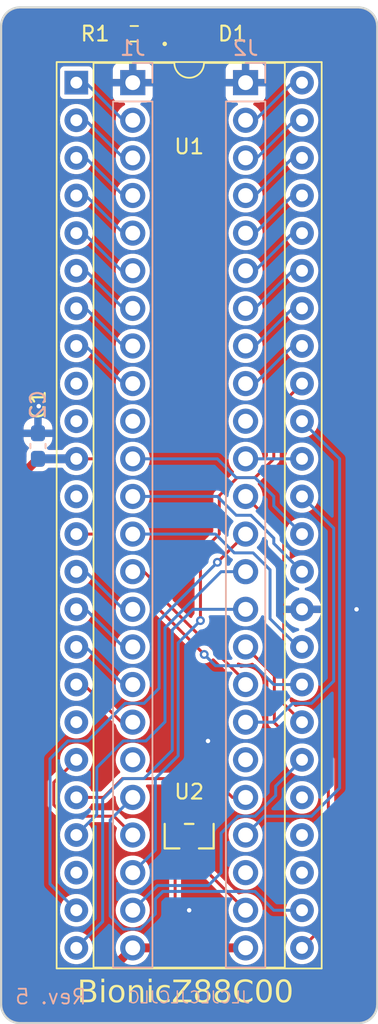
<source format=kicad_pcb>
(kicad_pcb (version 20240108) (generator "pcbnew") (generator_version "8.0")
  (title_block (title "BionicZ88C00") (date "2024-12-10") (rev "5") (company "Tadashi G. Takaoka"))
  (layers (0 "F.Cu" signal) (31 "B.Cu" signal) (34 "B.Paste" user) (35 "F.Paste" user) (36 "B.SilkS" user "B.Silkscreen") (37 "F.SilkS" user "F.Silkscreen") (38 "B.Mask" user) (39 "F.Mask" user) (44 "Edge.Cuts" user))
  (net 0 "")
  (net 1 "VCC")
  (net 2 "GND")
  (net 3 "Net-(D1-K)")
  (net 4 "/P10")
  (net 5 "/P11")
  (net 6 "/P12")
  (net 7 "/P13")
  (net 8 "/P14")
  (net 9 "/P15")
  (net 10 "/P16")
  (net 11 "/P17")
  (net 13 "/P30")
  (net 14 "/P31")
  (net 15 "/P32")
  (net 16 "/P33")
  (net 17 "/P34")
  (net 18 "/P35")
  (net 19 "/P36")
  (net 20 "/P37")
  (net 22 "/P50")
  (net 23 "/P51")
  (net 24 "/P52")
  (net 25 "/P53")
  (net 26 "Net-(J2-P57)")
  (net 28 "/P55")
  (net 29 "/P54")
  (net 31 "/P47")
  (net 32 "/P46")
  (net 33 "/P45")
  (net 34 "/P44")
  (net 35 "/P43")
  (net 36 "/P42")
  (net 37 "/P41")
  (net 38 "/P40")
  (net 40 "/P27")
  (net 41 "/P26")
  (net 42 "/P25")
  (net 43 "/P24")
  (net 44 "/P23")
  (net 45 "/P22")
  (net 46 "/P21")
  (net 47 "/P20")
  (footprint "Capacitor_SMD:C_0603_1608Metric_Pad1.08x0.95mm_HandSolder" (layer "F.Cu") (at 103.4892 99.6175 90)
    (property "Reference" "C1" (at 2.794 0 90) (layer "F.SilkS"))
    (property "Value" "0.1u")
    (fp_line (start -0.146267 -0.51) (end 0.146267 -0.51) (stroke (width 0.12)) (layer "F.SilkS"))
    (fp_line (start -0.146267 0.51) (end 0.146267 0.51) (stroke (width 0.12)) (layer "F.SilkS"))
    (pad "1" smd roundrect (at -0.8625 0 90) (size 1.075 0.95) (layers "F.Cu" "F.Paste" "F.Mask") (net 1 "VCC"))
    (pad "2" smd roundrect (at 0.8625 0 90) (size 1.075 0.95) (layers "F.Cu" "F.Paste" "F.Mask") (net 2 "GND"))
  )
  (footprint "rhom:LED_CSL1901UW1_ROM-M" (layer "F.Cu") (at 113.7 71.778)
    (property "Reference" "D1" (at 2.921 0 0) (layer "F.SilkS"))
    (property "Value" "CSL1901UW1")
    (fp_circle (center -1.651 0.6858) (end -1.5748 0.6858) (stroke (width 0.1524)) (fill none) (layer "F.SilkS"))
    (pad "1" smd rect (at -0.8763 0) (size 0.9652 0.762) (layers "F.Cu" "F.Paste" "F.Mask") (net 3 "Net-(D1-K)"))
    (pad "2" smd rect (at 0.8763 0) (size 0.9652 0.762) (layers "F.Cu" "F.Paste" "F.Mask") (net 1 "VCC"))
    (zone (net 0) (net_name "") (layer "F.Cu") (connect_pads (clearance 0)) (min_thickness 0.254)
      (keepout (tracks not_allowed) (vias not_allowed) (pads allowed) (copperpour not_allowed) (footprints allowed))
      (fill (thermal_gap 0.508) (thermal_bridge_width 0.508))
      (polygon (pts (xy 113.3571 71.4224) (xy 114.0429 71.4224) (xy 114.0429 72.1336) (xy 113.3571 72.1336)))
    )
  )
  (footprint "bionic:DIP-48_W15.24mm_Socket" (layer "F.Cu") (at 106.08 75.08)
    (property "Reference" "U1" (at 7.62 4.318 0) (layer "F.SilkS"))
    (property "Value" "Z88C00")
    (fp_line (start -1.33 -1.39) (end -1.33 59.81) (stroke (width 0.12)) (layer "F.SilkS"))
    (fp_line (start -1.33 59.81) (end 16.57 59.81) (stroke (width 0.12)) (layer "F.SilkS"))
    (fp_line (start 1.16 -1.33) (end 1.16 59.75) (stroke (width 0.12)) (layer "F.SilkS"))
    (fp_line (start 1.16 59.75) (end 14.08 59.75) (stroke (width 0.12)) (layer "F.SilkS"))
    (fp_line (start 6.62 -1.33) (end 1.16 -1.33) (stroke (width 0.12)) (layer "F.SilkS"))
    (fp_line (start 14.08 -1.33) (end 8.62 -1.33) (stroke (width 0.12)) (layer "F.SilkS"))
    (fp_line (start 14.08 59.75) (end 14.08 -1.33) (stroke (width 0.12)) (layer "F.SilkS"))
    (fp_line (start 16.57 -1.39) (end -1.33 -1.39) (stroke (width 0.12)) (layer "F.SilkS"))
    (fp_line (start 16.57 59.81) (end 16.57 -1.39) (stroke (width 0.12)) (layer "F.SilkS"))
    (fp_arc (start 8.62 -1.33) (mid 7.62 -0.33) (end 6.62 -1.33) (stroke (width 0.12)) (layer "F.SilkS"))
    (pad "1" thru_hole rect (at 0 0) (size 1.6 1.6) (drill 0.8) (layers "*.Cu" "*.Mask") (net 4 "/P10"))
    (pad "2" thru_hole oval (at 0 2.54) (size 1.6 1.6) (drill 0.8) (layers "*.Cu" "*.Mask") (net 5 "/P11"))
    (pad "3" thru_hole oval (at 0 5.08) (size 1.6 1.6) (drill 0.8) (layers "*.Cu" "*.Mask") (net 6 "/P12"))
    (pad "4" thru_hole oval (at 0 7.62) (size 1.6 1.6) (drill 0.8) (layers "*.Cu" "*.Mask") (net 7 "/P13"))
    (pad "5" thru_hole oval (at 0 10.16) (size 1.6 1.6) (drill 0.8) (layers "*.Cu" "*.Mask") (net 8 "/P14"))
    (pad "6" thru_hole oval (at 0 12.7) (size 1.6 1.6) (drill 0.8) (layers "*.Cu" "*.Mask") (net 9 "/P15"))
    (pad "7" thru_hole oval (at 0 15.24) (size 1.6 1.6) (drill 0.8) (layers "*.Cu" "*.Mask") (net 10 "/P16"))
    (pad "8" thru_hole oval (at 0 17.78) (size 1.6 1.6) (drill 0.8) (layers "*.Cu" "*.Mask") (net 11 "/P17"))
    (pad "9" thru_hole oval (at 0 20.32) (size 1.6 1.6) (drill 0.8) (layers "*.Cu" "*.Mask"))
    (pad "10" thru_hole oval (at 0 22.86) (size 1.6 1.6) (drill 0.8) (layers "*.Cu" "*.Mask"))
    (pad "11" thru_hole oval (at 0 25.4) (size 1.6 1.6) (drill 0.8) (layers "*.Cu" "*.Mask") (net 1 "VCC"))
    (pad "12" thru_hole oval (at 0 27.94) (size 1.6 1.6) (drill 0.8) (layers "*.Cu" "*.Mask"))
    (pad "13" thru_hole oval (at 0 30.48) (size 1.6 1.6) (drill 0.8) (layers "*.Cu" "*.Mask") (net 32 "/P46"))
    (pad "14" thru_hole oval (at 0 33.02) (size 1.6 1.6) (drill 0.8) (layers "*.Cu" "*.Mask") (net 17 "/P34"))
    (pad "15" thru_hole oval (at 0 35.56) (size 1.6 1.6) (drill 0.8) (layers "*.Cu" "*.Mask") (net 18 "/P35"))
    (pad "16" thru_hole oval (at 0 38.1) (size 1.6 1.6) (drill 0.8) (layers "*.Cu" "*.Mask") (net 19 "/P36"))
    (pad "17" thru_hole oval (at 0 40.64) (size 1.6 1.6) (drill 0.8) (layers "*.Cu" "*.Mask") (net 20 "/P37"))
    (pad "18" thru_hole oval (at 0 43.18) (size 1.6 1.6) (drill 0.8) (layers "*.Cu" "*.Mask"))
    (pad "19" thru_hole oval (at 0 45.72) (size 1.6 1.6) (drill 0.8) (layers "*.Cu" "*.Mask") (net 23 "/P51"))
    (pad "20" thru_hole oval (at 0 48.26) (size 1.6 1.6) (drill 0.8) (layers "*.Cu" "*.Mask") (net 29 "/P54"))
    (pad "21" thru_hole oval (at 0 50.8) (size 1.6 1.6) (drill 0.8) (layers "*.Cu" "*.Mask") (net 35 "/P43"))
    (pad "22" thru_hole oval (at 0 53.34) (size 1.6 1.6) (drill 0.8) (layers "*.Cu" "*.Mask"))
    (pad "23" thru_hole oval (at 0 55.88) (size 1.6 1.6) (drill 0.8) (layers "*.Cu" "*.Mask") (net 36 "/P42"))
    (pad "24" thru_hole oval (at 0 58.42) (size 1.6 1.6) (drill 0.8) (layers "*.Cu" "*.Mask") (net 34 "/P44"))
    (pad "25" thru_hole oval (at 15.24 58.42) (size 1.6 1.6) (drill 0.8) (layers "*.Cu" "*.Mask") (net 33 "/P45"))
    (pad "26" thru_hole oval (at 15.24 55.88) (size 1.6 1.6) (drill 0.8) (layers "*.Cu" "*.Mask") (net 22 "/P50"))
    (pad "27" thru_hole oval (at 15.24 53.34) (size 1.6 1.6) (drill 0.8) (layers "*.Cu" "*.Mask"))
    (pad "28" thru_hole oval (at 15.24 50.8) (size 1.6 1.6) (drill 0.8) (layers "*.Cu" "*.Mask"))
    (pad "29" thru_hole oval (at 15.24 48.26) (size 1.6 1.6) (drill 0.8) (layers "*.Cu" "*.Mask"))
    (pad "30" thru_hole oval (at 15.24 45.72) (size 1.6 1.6) (drill 0.8) (layers "*.Cu" "*.Mask") (net 25 "/P53"))
    (pad "31" thru_hole oval (at 15.24 43.18) (size 1.6 1.6) (drill 0.8) (layers "*.Cu" "*.Mask") (net 37 "/P41"))
    (pad "32" thru_hole oval (at 15.24 40.64) (size 1.6 1.6) (drill 0.8) (layers "*.Cu" "*.Mask") (net 16 "/P33"))
    (pad "33" thru_hole oval (at 15.24 38.1) (size 1.6 1.6) (drill 0.8) (layers "*.Cu" "*.Mask") (net 15 "/P32"))
    (pad "34" thru_hole oval (at 15.24 35.56) (size 1.6 1.6) (drill 0.8) (layers "*.Cu" "*.Mask") (net 2 "GND"))
    (pad "35" thru_hole oval (at 15.24 33.02) (size 1.6 1.6) (drill 0.8) (layers "*.Cu" "*.Mask") (net 14 "/P31"))
    (pad "36" thru_hole oval (at 15.24 30.48) (size 1.6 1.6) (drill 0.8) (layers "*.Cu" "*.Mask") (net 13 "/P30"))
    (pad "37" thru_hole oval (at 15.24 27.94) (size 1.6 1.6) (drill 0.8) (layers "*.Cu" "*.Mask") (net 31 "/P47"))
    (pad "38" thru_hole oval (at 15.24 25.4) (size 1.6 1.6) (drill 0.8) (layers "*.Cu" "*.Mask") (net 38 "/P40"))
    (pad "39" thru_hole oval (at 15.24 22.86) (size 1.6 1.6) (drill 0.8) (layers "*.Cu" "*.Mask") (net 28 "/P55"))
    (pad "40" thru_hole oval (at 15.24 20.32) (size 1.6 1.6) (drill 0.8) (layers "*.Cu" "*.Mask") (net 24 "/P52"))
    (pad "41" thru_hole oval (at 15.24 17.78) (size 1.6 1.6) (drill 0.8) (layers "*.Cu" "*.Mask") (net 40 "/P27"))
    (pad "42" thru_hole oval (at 15.24 15.24) (size 1.6 1.6) (drill 0.8) (layers "*.Cu" "*.Mask") (net 41 "/P26"))
    (pad "43" thru_hole oval (at 15.24 12.7) (size 1.6 1.6) (drill 0.8) (layers "*.Cu" "*.Mask") (net 42 "/P25"))
    (pad "44" thru_hole oval (at 15.24 10.16) (size 1.6 1.6) (drill 0.8) (layers "*.Cu" "*.Mask") (net 43 "/P24"))
    (pad "45" thru_hole oval (at 15.24 7.62) (size 1.6 1.6) (drill 0.8) (layers "*.Cu" "*.Mask") (net 44 "/P23"))
    (pad "46" thru_hole oval (at 15.24 5.08) (size 1.6 1.6) (drill 0.8) (layers "*.Cu" "*.Mask") (net 45 "/P22"))
    (pad "47" thru_hole oval (at 15.24 2.54) (size 1.6 1.6) (drill 0.8) (layers "*.Cu" "*.Mask") (net 46 "/P21"))
    (pad "48" thru_hole oval (at 15.24 0) (size 1.6 1.6) (drill 0.8) (layers "*.Cu" "*.Mask") (net 47 "/P20"))
  )
  (footprint "microchip:SOT-23_MC_MCH-M" (layer "F.Cu") (at 113.7 125.957 180)
    (property "Reference" "U2" (at 0 2.998 0) (layer "F.SilkS"))
    (property "Value" "11AA010-I/TT")
    (fp_line (start 1.652 0.827) (end 1.652 -0.827) (stroke (width 0.1524)) (layer "F.SilkS"))
    (fp_line (start 1.652 -0.827) (end 0.66294 -0.827) (stroke (width 0.1524)) (layer "F.SilkS"))
    (fp_line (start -0.287061 0.827) (end 0.287061 0.827) (stroke (width 0.1524)) (layer "F.SilkS"))
    (fp_line (start -0.66294 -0.827) (end -1.652 -0.827) (stroke (width 0.1524)) (layer "F.SilkS"))
    (fp_line (start -1.652 -0.827) (end -1.652 0.827) (stroke (width 0.1524)) (layer "F.SilkS"))
    (pad "1" smd rect (at -0.950001 1.066 180) (size 0.6604 1.6256) (layers "F.Cu" "F.Paste" "F.Mask") (net 26 "Net-(J2-P57)"))
    (pad "2" smd rect (at 0.950001 1.066 180) (size 0.6604 1.6256) (layers "F.Cu" "F.Paste" "F.Mask") (net 1 "VCC"))
    (pad "3" smd rect (at 0 -1.066 180) (size 0.6604 1.6256) (layers "F.Cu" "F.Paste" "F.Mask") (net 2 "GND"))
  )
  (footprint "Resistor_SMD:R_0603_1608Metric_Pad0.98x0.95mm_HandSolder" (layer "F.Cu") (at 109.9935 71.778 180)
    (property "Reference" "R1" (at 2.6435 0 0) (layer "F.SilkS"))
    (property "Value" "1.6k")
    (fp_line (start -0.254724 0.5225) (end 0.254724 0.5225) (stroke (width 0.12)) (layer "F.SilkS"))
    (fp_line (start -0.254724 -0.5225) (end 0.254724 -0.5225) (stroke (width 0.12)) (layer "F.SilkS"))
    (pad "1" smd roundrect (at -0.9125 0 180) (size 0.975 0.95) (layers "F.Cu" "F.Paste" "F.Mask") (net 3 "Net-(D1-K)"))
    (pad "2" smd roundrect (at 0.9125 0 180) (size 0.975 0.95) (layers "F.Cu" "F.Paste" "F.Mask") (net 2 "GND"))
  )
  (footprint "bionic:Bionic-P135_Vertical" (layer "B.Cu") (at 109.89 75.08 180)
    (property "Reference" "J1" (at 0 2.33 0) (layer "B.SilkS") (effects (justify mirror)))
    (property "Value" "Bionic-P135")
    (fp_line (start 1.33 -1.27) (end -1.33 -1.27) (stroke (width 0.12)) (layer "B.SilkS"))
    (fp_line (start 1.33 -59.75) (end 1.33 -1.27) (stroke (width 0.12)) (layer "B.SilkS"))
    (fp_line (start 1.33 -59.75) (end -1.33 -59.75) (stroke (width 0.12)) (layer "B.SilkS"))
    (fp_line (start 0 1.33) (end -1.33 1.33) (stroke (width 0.12)) (layer "B.SilkS"))
    (fp_line (start -1.33 1.33) (end -1.33 0) (stroke (width 0.12)) (layer "B.SilkS"))
    (fp_line (start -1.33 -59.75) (end -1.33 -1.27) (stroke (width 0.12)) (layer "B.SilkS"))
    (pad "1" thru_hole rect (at 0 0 180) (size 1.7 1.7) (drill 1) (layers "*.Cu" "*.Mask") (net 2 "GND"))
    (pad "2" thru_hole oval (at 0 -2.54 180) (size 1.7 1.7) (drill 1) (layers "*.Cu" "*.Mask") (net 4 "/P10"))
    (pad "3" thru_hole oval (at 0 -5.08 180) (size 1.7 1.7) (drill 1) (layers "*.Cu" "*.Mask") (net 5 "/P11"))
    (pad "4" thru_hole oval (at 0 -7.62 180) (size 1.7 1.7) (drill 1) (layers "*.Cu" "*.Mask") (net 6 "/P12"))
    (pad "5" thru_hole oval (at 0 -10.16 180) (size 1.7 1.7) (drill 1) (layers "*.Cu" "*.Mask") (net 7 "/P13"))
    (pad "6" thru_hole oval (at 0 -12.7 180) (size 1.7 1.7) (drill 1) (layers "*.Cu" "*.Mask") (net 8 "/P14"))
    (pad "7" thru_hole oval (at 0 -15.24 180) (size 1.7 1.7) (drill 1) (layers "*.Cu" "*.Mask") (net 9 "/P15"))
    (pad "8" thru_hole oval (at 0 -17.78 180) (size 1.7 1.7) (drill 1) (layers "*.Cu" "*.Mask") (net 10 "/P16"))
    (pad "9" thru_hole oval (at 0 -20.32 180) (size 1.7 1.7) (drill 1) (layers "*.Cu" "*.Mask") (net 11 "/P17"))
    (pad "10" thru_hole oval (at 0 -22.86 180) (size 1.7 1.7) (drill 1) (layers "*.Cu" "*.Mask"))
    (pad "11" thru_hole oval (at 0 -25.4 180) (size 1.7 1.7) (drill 1) (layers "*.Cu" "*.Mask") (net 13 "/P30"))
    (pad "12" thru_hole oval (at 0 -27.94 180) (size 1.7 1.7) (drill 1) (layers "*.Cu" "*.Mask") (net 14 "/P31"))
    (pad "13" thru_hole oval (at 0 -30.48 180) (size 1.7 1.7) (drill 1) (layers "*.Cu" "*.Mask") (net 15 "/P32"))
    (pad "14" thru_hole oval (at 0 -33.02 180) (size 1.7 1.7) (drill 1) (layers "*.Cu" "*.Mask") (net 16 "/P33"))
    (pad "15" thru_hole oval (at 0 -35.56 180) (size 1.7 1.7) (drill 1) (layers "*.Cu" "*.Mask") (net 17 "/P34"))
    (pad "16" thru_hole oval (at 0 -38.1 180) (size 1.7 1.7) (drill 1) (layers "*.Cu" "*.Mask") (net 18 "/P35"))
    (pad "17" thru_hole oval (at 0 -40.64 180) (size 1.7 1.7) (drill 1) (layers "*.Cu" "*.Mask") (net 19 "/P36"))
    (pad "18" thru_hole oval (at 0 -43.18 180) (size 1.7 1.7) (drill 1) (layers "*.Cu" "*.Mask") (net 20 "/P37"))
    (pad "19" thru_hole oval (at 0 -45.72 180) (size 1.7 1.7) (drill 1) (layers "*.Cu" "*.Mask"))
    (pad "20" thru_hole oval (at 0 -48.26 180) (size 1.7 1.7) (drill 1) (layers "*.Cu" "*.Mask") (net 22 "/P50"))
    (pad "21" thru_hole oval (at 0 -50.8 180) (size 1.7 1.7) (drill 1) (layers "*.Cu" "*.Mask") (net 23 "/P51"))
    (pad "22" thru_hole oval (at 0 -53.34 180) (size 1.7 1.7) (drill 1) (layers "*.Cu" "*.Mask") (net 24 "/P52"))
    (pad "23" thru_hole oval (at 0 -55.88 180) (size 1.7 1.7) (drill 1) (layers "*.Cu" "*.Mask") (net 25 "/P53"))
    (pad "24" thru_hole oval (at 0 -58.42 180) (size 1.7 1.7) (drill 1) (layers "*.Cu" "*.Mask") (net 1 "VCC"))
  )
  (footprint "Capacitor_SMD:C_0603_1608Metric_Pad1.08x0.95mm_HandSolder" (layer "B.Cu") (at 103.4892 99.6164 90)
    (property "Reference" "C2" (at 2.794 0 90) (layer "B.SilkS") (effects (justify mirror)))
    (property "Value" "22u")
    (fp_line (start 0.146267 -0.51) (end -0.146267 -0.51) (stroke (width 0.12)) (layer "B.SilkS"))
    (fp_line (start 0.146267 0.51) (end -0.146267 0.51) (stroke (width 0.12)) (layer "B.SilkS"))
    (pad "1" smd roundrect (at -0.8625 0 90) (size 1.075 0.95) (layers "B.Cu" "B.Paste" "B.Mask") (net 1 "VCC"))
    (pad "2" smd roundrect (at 0.8625 0 90) (size 1.075 0.95) (layers "B.Cu" "B.Paste" "B.Mask") (net 2 "GND"))
  )
  (footprint "bionic:Bionic-P245_Vertical" (layer "B.Cu") (at 117.51 75.08 180)
    (property "Reference" "J2" (at 0 2.33 0) (layer "B.SilkS") (effects (justify mirror)))
    (property "Value" "Bionic-P245")
    (fp_line (start 1.33 -1.27) (end -1.33 -1.27) (stroke (width 0.12)) (layer "B.SilkS"))
    (fp_line (start 1.33 -59.75) (end 1.33 -1.27) (stroke (width 0.12)) (layer "B.SilkS"))
    (fp_line (start 1.33 -59.75) (end -1.33 -59.75) (stroke (width 0.12)) (layer "B.SilkS"))
    (fp_line (start 0 1.33) (end -1.33 1.33) (stroke (width 0.12)) (layer "B.SilkS"))
    (fp_line (start -1.33 1.33) (end -1.33 0) (stroke (width 0.12)) (layer "B.SilkS"))
    (fp_line (start -1.33 -59.75) (end -1.33 -1.27) (stroke (width 0.12)) (layer "B.SilkS"))
    (pad "25" thru_hole oval (at 0 -58.42 180) (size 1.7 1.7) (drill 1) (layers "*.Cu" "*.Mask") (net 1 "VCC"))
    (pad "26" thru_hole oval (at 0 -55.88 180) (size 1.7 1.7) (drill 1) (layers "*.Cu" "*.Mask") (net 26 "Net-(J2-P57)"))
    (pad "27" thru_hole oval (at 0 -53.34 180) (size 1.7 1.7) (drill 1) (layers "*.Cu" "*.Mask"))
    (pad "28" thru_hole oval (at 0 -50.8 180) (size 1.7 1.7) (drill 1) (layers "*.Cu" "*.Mask") (net 28 "/P55"))
    (pad "29" thru_hole oval (at 0 -48.26 180) (size 1.7 1.7) (drill 1) (layers "*.Cu" "*.Mask") (net 29 "/P54"))
    (pad "30" thru_hole oval (at 0 -45.72 180) (size 1.7 1.7) (drill 1) (layers "*.Cu" "*.Mask"))
    (pad "31" thru_hole oval (at 0 -43.18 180) (size 1.7 1.7) (drill 1) (layers "*.Cu" "*.Mask") (net 31 "/P47"))
    (pad "32" thru_hole oval (at 0 -40.64 180) (size 1.7 1.7) (drill 1) (layers "*.Cu" "*.Mask") (net 32 "/P46"))
    (pad "33" thru_hole oval (at 0 -38.1 180) (size 1.7 1.7) (drill 1) (layers "*.Cu" "*.Mask") (net 33 "/P45"))
    (pad "34" thru_hole oval (at 0 -35.56 180) (size 1.7 1.7) (drill 1) (layers "*.Cu" "*.Mask") (net 34 "/P44"))
    (pad "35" thru_hole oval (at 0 -33.02 180) (size 1.7 1.7) (drill 1) (layers "*.Cu" "*.Mask") (net 35 "/P43"))
    (pad "36" thru_hole oval (at 0 -30.48 180) (size 1.7 1.7) (drill 1) (layers "*.Cu" "*.Mask") (net 36 "/P42"))
    (pad "37" thru_hole oval (at 0 -27.94 180) (size 1.7 1.7) (drill 1) (layers "*.Cu" "*.Mask") (net 37 "/P41"))
    (pad "38" thru_hole oval (at 0 -25.4 180) (size 1.7 1.7) (drill 1) (layers "*.Cu" "*.Mask") (net 38 "/P40"))
    (pad "39" thru_hole oval (at 0 -22.86 180) (size 1.7 1.7) (drill 1) (layers "*.Cu" "*.Mask"))
    (pad "40" thru_hole oval (at 0 -20.32 180) (size 1.7 1.7) (drill 1) (layers "*.Cu" "*.Mask") (net 40 "/P27"))
    (pad "41" thru_hole oval (at 0 -17.78 180) (size 1.7 1.7) (drill 1) (layers "*.Cu" "*.Mask") (net 41 "/P26"))
    (pad "42" thru_hole oval (at 0 -15.24 180) (size 1.7 1.7) (drill 1) (layers "*.Cu" "*.Mask") (net 42 "/P25"))
    (pad "43" thru_hole oval (at 0 -12.7 180) (size 1.7 1.7) (drill 1) (layers "*.Cu" "*.Mask") (net 43 "/P24"))
    (pad "44" thru_hole oval (at 0 -10.16 180) (size 1.7 1.7) (drill 1) (layers "*.Cu" "*.Mask") (net 44 "/P23"))
    (pad "45" thru_hole oval (at 0 -7.62 180) (size 1.7 1.7) (drill 1) (layers "*.Cu" "*.Mask") (net 45 "/P22"))
    (pad "46" thru_hole oval (at 0 -5.08 180) (size 1.7 1.7) (drill 1) (layers "*.Cu" "*.Mask") (net 46 "/P21"))
    (pad "47" thru_hole oval (at 0 -2.54 180) (size 1.7 1.7) (drill 1) (layers "*.Cu" "*.Mask") (net 47 "/P20"))
    (pad "48" thru_hole rect (at 0 0 180) (size 1.7 1.7) (drill 1) (layers "*.Cu" "*.Mask") (net 2 "GND"))
  )
  (gr_line (start 102.27 138.58) (end 125.13 138.58) (stroke (width 0.15)) (layer "Edge.Cuts"))
  (gr_arc (start 101 71.27) (mid 101.371974 70.371974) (end 102.27 70) (stroke (width 0.15)) (layer "Edge.Cuts"))
  (gr_line (start 101 71.27) (end 101 137.31) (stroke (width 0.15)) (layer "Edge.Cuts"))
  (gr_arc (start 126.4 137.31) (mid 126.028026 138.208026) (end 125.13 138.58) (stroke (width 0.15)) (layer "Edge.Cuts"))
  (gr_line (start 126.4 137.31) (end 126.4 71.27) (stroke (width 0.15)) (layer "Edge.Cuts"))
  (gr_arc (start 125.13 70) (mid 126.028026 70.371974) (end 126.4 71.27) (stroke (width 0.15)) (layer "Edge.Cuts"))
  (gr_arc (start 102.27 138.58) (mid 101.371974 138.208026) (end 101 137.31) (stroke (width 0.15)) (layer "Edge.Cuts"))
  (gr_line (start 125.13 70) (end 102.27 70) (stroke (width 0.15)) (layer "Edge.Cuts"))
  (gr_text "JLCJLCJLCJLC" (at 113.7 137.31 0) (layer "B.SilkS") (effects (font (size 0.8 0.8)) (justify bottom mirror)))
  (gr_text "Rev. 5" (at 106.842 136.802 0) (layer "B.SilkS") (effects (font (size 1 1)) (justify left mirror)))
  (gr_text "BionicZ88C00" (at 113.446 136.548 0) (layer "F.SilkS") (effects (font (size 1.5 1.5))))
  (segment (start 112.749999 124.891) (end 112.749999 133.434001) (width 0.2) (layer "F.Cu") (net 1))
  (segment (start 109.89 133.5) (end 107.604 135.786) (width 0.6) (layer "F.Cu") (net 1))
  (segment (start 109.255 99.21) (end 107.985 100.48) (width 0.2) (layer "F.Cu") (net 1))
  (segment (start 111.668 99.21) (end 109.255 99.21) (width 0.2) (layer "F.Cu") (net 1))
  (segment (start 109.89 133.5) (end 112.684 133.5) (width 0.6) (layer "F.Cu") (net 1))
  (segment (start 103.6935 100.48) (end 103.54 100.3265) (width 0.2) (layer "F.Cu") (net 1))
  (segment (start 104.556 135.786) (end 102.524 133.754) (width 0.6) (layer "F.Cu") (net 1))
  (segment (start 114.5763 73.9497) (end 113.7 74.826) (width 0.2) (layer "F.Cu") (net 1))
  (segment (start 112.749999 133.434001) (end 112.684 133.5) (width 0.2) (layer "F.Cu") (net 1))
  (segment (start 102.524 101.4452) (end 103.4892 100.48) (width 0.6) (layer "F.Cu") (net 1))
  (segment (start 114.5763 71.778) (end 114.5763 73.9497) (width 0.2) (layer "F.Cu") (net 1))
  (segment (start 103.4892 100.48) (end 106.08 100.48) (width 0.6) (layer "F.Cu") (net 1))
  (segment (start 113.7 133.5) (end 117.51 133.5) (width 0.6) (layer "F.Cu") (net 1))
  (segment (start 107.985 100.48) (end 106.08 100.48) (width 0.2) (layer "F.Cu") (net 1))
  (segment (start 113.7 97.178) (end 111.668 99.21) (width 0.2) (layer "F.Cu") (net 1))
  (segment (start 107.604 135.786) (end 104.556 135.786) (width 0.6) (layer "F.Cu") (net 1))
  (segment (start 112.684 133.5) (end 113.7 133.5) (width 0.6) (layer "F.Cu") (net 1))
  (segment (start 113.7 74.826) (end 113.7 97.178) (width 0.2) (layer "F.Cu") (net 1))
  (segment (start 102.524 133.754) (end 102.524 101.4452) (width 0.6) (layer "F.Cu") (net 1))
  (segment (start 103.4892 100.4789) (end 106.0789 100.4789) (width 0.6) (layer "B.Cu") (net 1))
  (segment (start 106.0789 100.4789) (end 106.08 100.48) (width 0.8) (layer "B.Cu") (net 1))
  (segment (start 121.32 110.64) (end 123.606 110.64) (width 0.4) (layer "F.Cu") (net 2))
  (via (at 103.54 96.924) (size 0.6) (drill 0.3) (layers "F.Cu" "B.Cu") (net 2))
  (via (at 114.97 119.53) (size 0.6) (drill 0.3) (layers "F.Cu" "B.Cu") (net 2))
  (via (at 113.7 130.96) (size 0.6) (drill 0.3) (layers "F.Cu" "B.Cu") (net 2))
  (via (at 125.003 110.64) (size 0.6) (drill 0.3) (layers "F.Cu" "B.Cu") (net 2))
  (segment (start 121.32 110.64) (end 122.86 110.64) (width 0.4) (layer "B.Cu") (net 2))
  (segment (start 110.906 71.778) (end 112.8237 71.778) (width 0.2) (layer "F.Cu") (net 3))
  (segment (start 109.255 77.62) (end 106.715 75.08) (width 0.2) (layer "B.Cu") (net 4))
  (segment (start 106.715 75.08) (end 106.08 75.08) (width 0.2) (layer "B.Cu") (net 4))
  (segment (start 109.89 77.62) (end 109.255 77.62) (width 0.2) (layer "B.Cu") (net 4))
  (segment (start 106.715 77.62) (end 106.08 77.62) (width 0.2) (layer "B.Cu") (net 5))
  (segment (start 109.255 80.16) (end 106.715 77.62) (width 0.2) (layer "B.Cu") (net 5))
  (segment (start 109.89 80.16) (end 109.255 80.16) (width 0.2) (layer "B.Cu") (net 5))
  (segment (start 109.255 82.7) (end 106.715 80.16) (width 0.2) (layer "B.Cu") (net 6))
  (segment (start 106.715 80.16) (end 106.08 80.16) (width 0.2) (layer "B.Cu") (net 6))
  (segment (start 109.89 82.7) (end 109.255 82.7) (width 0.2) (layer "B.Cu") (net 6))
  (segment (start 106.715 82.7) (end 106.08 82.7) (width 0.2) (layer "B.Cu") (net 7))
  (segment (start 109.89 85.24) (end 109.255 85.24) (width 0.2) (layer "B.Cu") (net 7))
  (segment (start 109.255 85.24) (end 106.715 82.7) (width 0.2) (layer "B.Cu") (net 7))
  (segment (start 109.89 87.78) (end 109.128 87.78) (width 0.2) (layer "B.Cu") (net 8))
  (segment (start 109.128 87.78) (end 106.588 85.24) (width 0.2) (layer "B.Cu") (net 8))
  (segment (start 106.588 85.24) (end 106.08 85.24) (width 0.2) (layer "B.Cu") (net 8))
  (segment (start 106.715 87.78) (end 106.08 87.78) (width 0.2) (layer "B.Cu") (net 9))
  (segment (start 109.89 90.32) (end 109.255 90.32) (width 0.2) (layer "B.Cu") (net 9))
  (segment (start 109.255 90.32) (end 106.715 87.78) (width 0.2) (layer "B.Cu") (net 9))
  (segment (start 106.715 90.32) (end 106.08 90.32) (width 0.2) (layer "B.Cu") (net 10))
  (segment (start 109.89 92.86) (end 109.255 92.86) (width 0.2) (layer "B.Cu") (net 10))
  (segment (start 109.255 92.86) (end 106.715 90.32) (width 0.2) (layer "B.Cu") (net 10))
  (segment (start 106.715 92.86) (end 106.08 92.86) (width 0.2) (layer "B.Cu") (net 11))
  (segment (start 109.255 95.4) (end 106.715 92.86) (width 0.2) (layer "B.Cu") (net 11))
  (segment (start 109.89 95.4) (end 109.255 95.4) (width 0.2) (layer "B.Cu") (net 11))
  (segment (start 115.605 100.48) (end 116.875 101.75) (width 0.2) (layer "B.Cu") (net 13))
  (segment (start 119.415 103.02) (end 119.415 103.655) (width 0.2) (layer "B.Cu") (net 13))
  (segment (start 116.875 101.75) (end 118.145 101.75) (width 0.2) (layer "B.Cu") (net 13))
  (segment (start 119.415 103.655) (end 121.32 105.56) (width 0.2) (layer "B.Cu") (net 13))
  (segment (start 118.145 101.75) (end 119.415 103.02) (width 0.2) (layer "B.Cu") (net 13))
  (segment (start 109.89 100.48) (end 115.605 100.48) (width 0.2) (layer "B.Cu") (net 13))
  (segment (start 119.415 106.195) (end 121.32 108.1) (width 0.2) (layer "B.Cu") (net 14))
  (segment (start 115.605 103.02) (end 116.875 104.29) (width 0.2) (layer "B.Cu") (net 14))
  (segment (start 117.866346 104.29) (end 119.415 105.838654) (width 0.2) (layer "B.Cu") (net 14))
  (segment (start 109.89 103.02) (end 115.605 103.02) (width 0.2) (layer "B.Cu") (net 14))
  (segment (start 116.875 104.29) (end 117.866346 104.29) (width 0.2) (layer "B.Cu") (net 14))
  (segment (start 119.415 105.838654) (end 119.415 106.195) (width 0.2) (layer "B.Cu") (net 14))
  (segment (start 116.748 106.83) (end 118.018 106.83) (width 0.2) (layer "B.Cu") (net 15))
  (segment (start 119.161 107.973) (end 119.161 111.275) (width 0.2) (layer "B.Cu") (net 15))
  (segment (start 119.161 111.275) (end 121.066 113.18) (width 0.2) (layer "B.Cu") (net 15))
  (segment (start 109.89 105.56) (end 115.478 105.56) (width 0.2) (layer "B.Cu") (net 15))
  (segment (start 115.478 105.56) (end 116.748 106.83) (width 0.2) (layer "B.Cu") (net 15))
  (segment (start 121.066 113.18) (end 121.32 113.18) (width 0.2) (layer "B.Cu") (net 15))
  (segment (start 118.018 106.83) (end 119.161 107.973) (width 0.2) (layer "B.Cu") (net 15))
  (segment (start 111.668 110.64) (end 111.668 109.116) (width 0.2) (layer "F.Cu") (net 16))
  (segment (start 114.716 113.688) (end 111.668 110.64) (width 0.2) (layer "F.Cu") (net 16))
  (segment (start 110.652 108.1) (end 109.89 108.1) (width 0.2) (layer "F.Cu") (net 16))
  (segment (start 111.668 109.116) (end 110.652 108.1) (width 0.2) (layer "F.Cu") (net 16))
  (via (at 114.716 113.688) (size 0.6) (drill 0.3) (layers "F.Cu" "B.Cu") (net 16))
  (segment (start 114.716 113.688) (end 115.478 114.45) (width 0.2) (layer "B.Cu") (net 16))
  (segment (start 115.478 114.45) (end 118.145 114.45) (width 0.2) (layer "B.Cu") (net 16))
  (segment (start 118.145 114.45) (end 119.415 115.72) (width 0.2) (layer "B.Cu") (net 16))
  (segment (start 119.415 115.72) (end 121.32 115.72) (width 0.2) (layer "B.Cu") (net 16))
  (segment (start 106.715 108.1) (end 106.08 108.1) (width 0.2) (layer "B.Cu") (net 17))
  (segment (start 109.255 110.64) (end 106.715 108.1) (width 0.2) (layer "B.Cu") (net 17))
  (segment (start 109.89 110.64) (end 109.255 110.64) (width 0.2) (layer "B.Cu") (net 17))
  (segment (start 106.715 110.64) (end 106.08 110.64) (width 0.2) (layer "B.Cu") (net 18))
  (segment (start 109.255 113.18) (end 106.715 110.64) (width 0.2) (layer "B.Cu") (net 18))
  (segment (start 109.89 113.18) (end 109.255 113.18) (width 0.2) (layer "B.Cu") (net 18))
  (segment (start 106.715 113.18) (end 106.08 113.18) (width 0.2) (layer "B.Cu") (net 19))
  (segment (start 109.89 115.72) (end 109.255 115.72) (width 0.2) (layer "B.Cu") (net 19))
  (segment (start 109.255 115.72) (end 106.715 113.18) (width 0.2) (layer "B.Cu") (net 19))
  (segment (start 109.89 118.26) (end 109.128 118.26) (width 0.2) (layer "F.Cu") (net 20))
  (segment (start 106.588 115.72) (end 106.08 115.72) (width 0.2) (layer "F.Cu") (net 20))
  (segment (start 109.128 118.26) (end 106.588 115.72) (width 0.2) (layer "F.Cu") (net 20))
  (segment (start 109.255 132.23) (end 108.366 131.341) (width 0.2) (layer "B.Cu") (net 22))
  (segment (start 118.145 129.69) (end 111.922 129.69) (width 0.2) (layer "B.Cu") (net 22))
  (segment (start 110.398 132.23) (end 109.255 132.23) (width 0.2) (layer "B.Cu") (net 22))
  (segment (start 108.366 124.864) (end 109.89 123.34) (width 0.2) (layer "B.Cu") (net 22))
  (segment (start 108.366 131.341) (end 108.366 124.864) (width 0.2) (layer "B.Cu") (net 22))
  (segment (start 119.415 130.96) (end 118.145 129.69) (width 0.2) (layer "B.Cu") (net 22))
  (segment (start 111.414 130.198) (end 111.414 131.214) (width 0.2) (layer "B.Cu") (net 22))
  (segment (start 111.922 129.69) (end 111.414 130.198) (width 0.2) (layer "B.Cu") (net 22))
  (segment (start 121.32 130.96) (end 119.415 130.96) (width 0.2) (layer "B.Cu") (net 22))
  (segment (start 111.414 131.214) (end 110.398 132.23) (width 0.2) (layer "B.Cu") (net 22))
  (segment (start 104.556 123.848) (end 105.318 124.61) (width 0.2) (layer "F.Cu") (net 23))
  (segment (start 105.318 124.61) (end 108.62 124.61) (width 0.2) (layer "F.Cu") (net 23))
  (segment (start 108.62 124.61) (end 109.89 125.88) (width 0.2) (layer "F.Cu") (net 23))
  (segment (start 106.08 120.8) (end 104.556 122.324) (width 0.2) (layer "F.Cu") (net 23))
  (segment (start 104.556 122.324) (end 104.556 123.848) (width 0.2) (layer "F.Cu") (net 23))
  (segment (start 115.732 105.56) (end 115.732 102.9669) (width 0.2) (layer "F.Cu") (net 24))
  (segment (start 118.145 101.75) (end 119.415 100.48) (width 0.2) (layer "F.Cu") (net 24))
  (segment (start 114.462 106.83) (end 115.732 105.56) (width 0.2) (layer "F.Cu") (net 24))
  (segment (start 114.462 111.402) (end 114.462 106.83) (width 0.2) (layer "F.Cu") (net 24))
  (segment (start 119.415 97.305) (end 121.32 95.4) (width 0.2) (layer "F.Cu") (net 24))
  (segment (start 115.732 102.9669) (end 116.9489 101.75) (width 0.2) (layer "F.Cu") (net 24))
  (segment (start 116.9489 101.75) (end 118.145 101.75) (width 0.2) (layer "F.Cu") (net 24))
  (segment (start 119.415 100.48) (end 119.415 97.305) (width 0.2) (layer "F.Cu") (net 24))
  (via (at 114.462 111.402) (size 0.6) (drill 0.3) (layers "F.Cu" "B.Cu") (net 24))
  (segment (start 109.89 128.42) (end 111.414 126.896) (width 0.2) (layer "B.Cu") (net 24))
  (segment (start 111.414 122.07) (end 112.957 120.527) (width 0.2) (layer "B.Cu") (net 24))
  (segment (start 112.957 112.907) (end 114.462 111.402) (width 0.2) (layer "B.Cu") (net 24))
  (segment (start 111.414 126.896) (end 111.414 122.07) (width 0.2) (layer "B.Cu") (net 24))
  (segment (start 112.957 120.527) (end 112.957 112.907) (width 0.2) (layer "B.Cu") (net 24))
  (segment (start 119.542 123.213) (end 118.145 124.61) (width 0.2) (layer "B.Cu") (net 25))
  (segment (start 111.56 129.29) (end 109.89 130.96) (width 0.2) (layer "B.Cu") (net 25))
  (segment (start 115.859 125.753) (end 115.859 128.42) (width 0.2) (layer "B.Cu") (net 25))
  (segment (start 117.002 124.61) (end 115.859 125.753) (width 0.2) (layer "B.Cu") (net 25))
  (segment (start 114.989 129.29) (end 111.56 129.29) (width 0.2) (layer "B.Cu") (net 25))
  (segment (start 119.542 122.578) (end 119.542 123.213) (width 0.2) (layer "B.Cu") (net 25))
  (segment (start 121.32 120.8) (end 119.542 122.578) (width 0.2) (layer "B.Cu") (net 25))
  (segment (start 115.859 128.42) (end 114.989 129.29) (width 0.2) (layer "B.Cu") (net 25))
  (segment (start 118.145 124.61) (end 117.002 124.61) (width 0.2) (layer "B.Cu") (net 25))
  (segment (start 114.650001 124.891) (end 114.650001 128.100001) (width 0.2) (layer "F.Cu") (net 26))
  (segment (start 114.650001 128.100001) (end 117.51 130.96) (width 0.2) (layer "F.Cu") (net 26))
  (segment (start 123.86 100.48) (end 121.32 97.94) (width 0.2) (layer "B.Cu") (net 28))
  (segment (start 121.955 124.61) (end 123.86 122.705) (width 0.2) (layer "B.Cu") (net 28))
  (segment (start 118.78 124.61) (end 121.955 124.61) (width 0.2) (layer "B.Cu") (net 28))
  (segment (start 117.51 125.88) (end 118.78 124.61) (width 0.2) (layer "B.Cu") (net 28))
  (segment (start 123.86 122.705) (end 123.86 100.48) (width 0.2) (layer "B.Cu") (net 28))
  (segment (start 106.08 123.34) (end 107.9215 123.34) (width 0.2) (layer "F.Cu") (net 29))
  (segment (start 115.351 122.07) (end 116.621 123.34) (width 0.2) (layer "F.Cu") (net 29))
  (segment (start 107.9215 123.34) (end 109.1915 122.07) (width 0.2) (layer "F.Cu") (net 29))
  (segment (start 109.1915 122.07) (end 115.351 122.07) (width 0.2) (layer "F.Cu") (net 29))
  (segment (start 116.621 123.34) (end 117.51 123.34) (width 0.2) (layer "F.Cu") (net 29))
  (segment (start 123.46 115.485) (end 121.955 116.99) (width 0.2) (layer "B.Cu") (net 31))
  (segment (start 119.415 118.26) (end 117.51 118.26) (width 0.2) (layer "B.Cu") (net 31))
  (segment (start 121.32 103.02) (end 123.46 105.16) (width 0.2) (layer "B.Cu") (net 31))
  (segment (start 121.955 116.99) (end 120.685 116.99) (width 0.2) (layer "B.Cu") (net 31))
  (segment (start 123.46 105.16) (end 123.46 115.485) (width 0.2) (layer "B.Cu") (net 31))
  (segment (start 120.685 116.99) (end 119.415 118.26) (width 0.2) (layer "B.Cu") (net 31))
  (segment (start 112.176 108.354) (end 110.652 106.83) (width 0.2) (layer "F.Cu") (net 32))
  (segment (start 109.255 106.83) (end 107.985 105.56) (width 0.2) (layer "F.Cu") (net 32))
  (segment (start 112.176 110.19575) (end 112.176 108.354) (width 0.2) (layer "F.Cu") (net 32))
  (segment (start 110.652 106.83) (end 109.255 106.83) (width 0.2) (layer "F.Cu") (net 32))
  (segment (start 107.985 105.56) (end 106.08 105.56) (width 0.2) (layer "F.Cu") (net 32))
  (segment (start 117.51 115.52975) (end 112.176 110.19575) (width 0.2) (layer "F.Cu") (net 32))
  (segment (start 117.51 115.72) (end 117.51 115.52975) (width 0.2) (layer "F.Cu") (net 32))
  (segment (start 119.4503 115.1203) (end 119.4503 118.2953) (width 0.2) (layer "F.Cu") (net 33))
  (segment (start 119.4503 118.2953) (end 120.685 119.53) (width 0.2) (layer "F.Cu") (net 33))
  (segment (start 123.098 120.8) (end 123.098 131.722) (width 0.2) (layer "F.Cu") (net 33))
  (segment (start 121.828 119.53) (end 123.098 120.8) (width 0.2) (layer "F.Cu") (net 33))
  (segment (start 123.098 131.722) (end 121.32 133.5) (width 0.2) (layer "F.Cu") (net 33))
  (segment (start 117.51 113.18) (end 119.4503 115.1203) (width 0.2) (layer "F.Cu") (net 33))
  (segment (start 120.685 119.53) (end 121.828 119.53) (width 0.2) (layer "F.Cu") (net 33))
  (segment (start 112.557 120.165) (end 110.652 122.07) (width 0.2) (layer "B.Cu") (net 34))
  (segment (start 112.557 112.037) (end 112.557 120.165) (width 0.2) (layer "B.Cu") (net 34))
  (segment (start 110.652 122.07) (end 109.255 122.07) (width 0.2) (layer "B.Cu") (net 34))
  (segment (start 113.954 110.64) (end 112.557 112.037) (width 0.2) (layer "B.Cu") (net 34))
  (segment (start 109.255 122.07) (end 107.858 123.467) (width 0.2) (layer "B.Cu") (net 34))
  (segment (start 117.51 110.64) (end 113.954 110.64) (width 0.2) (layer "B.Cu") (net 34))
  (segment (start 107.858 123.467) (end 107.858 131.722) (width 0.2) (layer "B.Cu") (net 34))
  (segment (start 107.858 131.722) (end 106.08 133.5) (width 0.2) (layer "B.Cu") (net 34))
  (segment (start 109.255 119.53) (end 107.458 121.327) (width 0.2) (layer "B.Cu") (net 35))
  (segment (start 107.458 124.502) (end 106.08 125.88) (width 0.2) (layer "B.Cu") (net 35))
  (segment (start 115.859 108.1) (end 112.068 111.891) (width 0.2) (layer "B.Cu") (net 35))
  (segment (start 112.068 111.891) (end 112.068 118.241) (width 0.2) (layer "B.Cu") (net 35))
  (segment (start 117.51 108.1) (end 115.859 108.1) (width 0.2) (layer "B.Cu") (net 35))
  (segment (start 112.068 118.241) (end 110.779 119.53) (width 0.2) (layer "B.Cu") (net 35))
  (segment (start 110.779 119.53) (end 109.255 119.53) (width 0.2) (layer "B.Cu") (net 35))
  (segment (start 107.458 121.327) (end 107.458 124.502) (width 0.2) (layer "B.Cu") (net 35))
  (segment (start 115.605 107.465) (end 117.51 105.56) (width 0.2) (layer "F.Cu") (net 36))
  (via (at 115.605 107.465) (size 0.6) (drill 0.3) (layers "F.Cu" "B.Cu") (net 36))
  (segment (start 111.668 115.974) (end 110.652 116.99) (width 0.2) (layer "B.Cu") (net 36))
  (segment (start 110.652 116.99) (end 109.382 116.99) (width 0.2) (layer "B.Cu") (net 36))
  (segment (start 115.605 107.465) (end 111.668 111.402) (width 0.2) (layer "B.Cu") (net 36))
  (segment (start 104.302 120.7365) (end 104.302 129.182) (width 0.2) (layer "B.Cu") (net 36))
  (segment (start 109.382 116.99) (end 106.842 119.53) (width 0.2) (layer "B.Cu") (net 36))
  (segment (start 106.842 119.53) (end 105.5085 119.53) (width 0.2) (layer "B.Cu") (net 36))
  (segment (start 105.5085 119.53) (end 104.302 120.7365) (width 0.2) (layer "B.Cu") (net 36))
  (segment (start 104.302 129.182) (end 106.08 130.96) (width 0.2) (layer "B.Cu") (net 36))
  (segment (start 111.668 111.402) (end 111.668 115.974) (width 0.2) (layer "B.Cu") (net 36))
  (segment (start 120.0895 105.5995) (end 117.51 103.02) (width 0.2) (layer "F.Cu") (net 37))
  (segment (start 121.32 118.26) (end 120.0895 117.0295) (width 0.2) (layer "F.Cu") (net 37))
  (segment (start 120.0895 117.0295) (end 120.0895 105.5995) (width 0.2) (layer "F.Cu") (net 37))
  (segment (start 117.51 100.48) (end 121.32 100.48) (width 0.2) (layer "B.Cu") (net 38))
  (segment (start 118.145 95.4) (end 120.685 92.86) (width 0.2) (layer "B.Cu") (net 40))
  (segment (start 120.685 92.86) (end 121.32 92.86) (width 0.2) (layer "B.Cu") (net 40))
  (segment (start 117.51 95.4) (end 118.145 95.4) (width 0.2) (layer "B.Cu") (net 40))
  (segment (start 120.685 90.32) (end 121.32 90.32) (width 0.2) (layer "B.Cu") (net 41))
  (segment (start 117.51 92.86) (end 118.145 92.86) (width 0.2) (layer "B.Cu") (net 41))
  (segment (start 118.145 92.86) (end 120.685 90.32) (width 0.2) (layer "B.Cu") (net 41))
  (segment (start 117.51 90.32) (end 118.145 90.32) (width 0.2) (layer "B.Cu") (net 42))
  (segment (start 118.145 90.32) (end 120.685 87.78) (width 0.2) (layer "B.Cu") (net 42))
  (segment (start 120.685 87.78) (end 121.32 87.78) (width 0.2) (layer "B.Cu") (net 42))
  (segment (start 117.51 87.78) (end 118.145 87.78) (width 0.2) (layer "B.Cu") (net 43))
  (segment (start 120.685 85.24) (end 121.32 85.24) (width 0.2) (layer "B.Cu") (net 43))
  (segment (start 118.145 87.78) (end 120.685 85.24) (width 0.2) (layer "B.Cu") (net 43))
  (segment (start 120.685 82.7) (end 121.32 82.7) (width 0.2) (layer "B.Cu") (net 44))
  (segment (start 118.145 85.24) (end 120.685 82.7) (width 0.2) (layer "B.Cu") (net 44))
  (segment (start 117.51 85.24) (end 118.145 85.24) (width 0.2) (layer "B.Cu") (net 44))
  (segment (start 117.51 82.7) (end 118.145 82.7) (width 0.2) (layer "B.Cu") (net 45))
  (segment (start 118.145 82.7) (end 120.685 80.16) (width 0.2) (layer "B.Cu") (net 45))
  (segment (start 120.685 80.16) (end 121.32 80.16) (width 0.2) (layer "B.Cu") (net 45))
  (segment (start 117.51 80.16) (end 118.272 80.16) (width 0.2) (layer "B.Cu") (net 46))
  (segment (start 120.812 77.62) (end 121.32 77.62) (width 0.2) (layer "B.Cu") (net 46))
  (segment (start 118.272 80.16) (end 120.812 77.62) (width 0.2) (layer "B.Cu") (net 46))
  (segment (start 117.51 77.62) (end 118.145 77.62) (width 0.2) (layer "B.Cu") (net 47))
  (segment (start 118.145 77.62) (end 120.685 75.08) (width 0.2) (layer "B.Cu") (net 47))
  (segment (start 120.685 75.08) (end 121.32 75.08) (width 0.2) (layer "B.Cu") (net 47))
  (zone (net 2) (net_name "GND") (layers "F&B.Cu") (connect_pads (clearance 0.3)) (min_thickness 0.2) (fill yes (thermal_gap 0.5) (thermal_bridge_width 0.5))
    (polygon (pts (xy 101 70) (xy 126.4 70) (xy 126.4 138.58) (xy 101 138.58)))
  )
)
</source>
